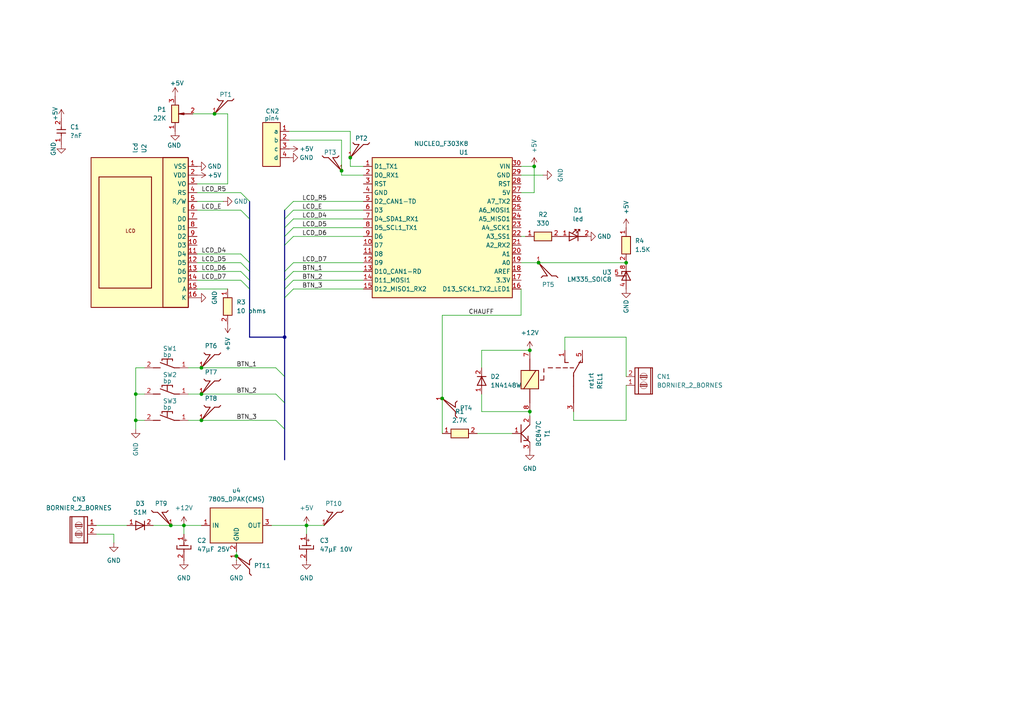
<source format=kicad_sch>
(kicad_sch (version 20250114) (generator "eeschema") (generator_version "9.0")
  (paper "A4")
  (lib_symbols
    (symbol "JMS2:1N4148W"
      (property "Reference" "D" (at 0 0 0))
      (property "Value" "1N4148W" (at 0 0 0))
      (symbol "1N4148W_1_0"
        (polyline (pts (xy 0 -1.27) (xy 0 -3.81)) (stroke (width 0.254)))
        (polyline (pts (xy 0 -2.54) (xy 2.54 -2.54)) (stroke (width 0.254)))
        (polyline (pts (xy 0 -3.81) (xy 2.54 -2.54)) (stroke (width 0.254)))
        (polyline (pts (xy 2.54 -1.27) (xy 2.54 -3.81)) (stroke (width 0.254)))
        (polyline (pts (xy 2.54 -2.54) (xy 0 -1.27)) (stroke (width 0.254)))
        (pin passive line (at -2.54 -2.54 0) (length 2.54) (name "A") (number "1"))
        (pin passive line (at 5.08 -2.54 180) (length 2.54) (name "K") (number "2"))
      )
    )
    (symbol "JMS2:7805_DPAK(CMS)"
      (property "Reference" "u" (at 0 0 0))
      (property "Value" "7805_DPAK(CMS)" (at 0 0 0))
      (symbol "7805_DPAK(CMS)_1_0"
        (rectangle (start 15.24 0) (end 0 -10.16) (stroke (width 0.254)) (fill (type background)))
        (pin input line (at -2.54 -5.08 0) (length 2.54) (name "IN") (number "1"))
        (pin passive line (at 7.62 -12.7 90) (length 2.54) (name "GND") (number "2"))
        (pin output line (at 17.78 -5.08 180) (length 2.54) (name "OUT") (number "3"))
      )
    )
    (symbol "JMS2:BC847C"
      (property "Reference" "T" (at 0 0 0))
      (property "Value" "BC847C" (at 0 0 0))
      (symbol "BC847C_1_0"
        (polyline (pts (xy 0 0) (xy 0 -5.08)) (stroke (width 0.254)))
        (polyline (pts (xy 0 -2.54) (xy 2.54 -5.08)) (stroke (width 0.254)))
        (polyline (pts (xy 2.032 -3.302) (xy 2.032 -4.572)) (stroke (width 0.254)))
        (polyline (pts (xy 2.032 -4.572) (xy 0.762 -4.572)) (stroke (width 0.254)))
        (polyline (pts (xy 2.54 0) (xy 0 -2.54)) (stroke (width 0.254)))
        (pin passive line (at -2.54 -2.54 0) (length 2.54) (name "b") (number "1"))
        (pin passive line (at 2.54 2.54 270) (length 2.54) (name "c") (number "2"))
        (pin passive line (at 2.54 -7.62 90) (length 2.54) (name "e") (number "3"))
      )
    )
    (symbol "JMS2:BORNIER_2_BORNES"
      (property "Reference" "CN" (at 0 0 0))
      (property "Value" "BORNIER_2_BORNES" (at 0 0 0))
      (symbol "BORNIER_2_BORNES_1_0"
        (polyline (pts (xy 0 0) (xy 0 -7.62)) (stroke (width 0.254)))
        (polyline (pts (xy 0 0) (xy 5.08 0)) (stroke (width 0.254)))
        (polyline (pts (xy 0.508 0) (xy 0.508 -7.62)) (stroke (width 0.254)))
        (polyline (pts (xy 1.524 -2.286) (xy 3.556 -2.286)) (stroke (width 0.254)))
        (polyline (pts (xy 1.524 -2.794) (xy 3.556 -2.794)) (stroke (width 0.254)))
        (polyline (pts (xy 1.524 -4.826) (xy 3.556 -4.826)) (stroke (width 0.254)))
        (polyline (pts (xy 1.524 -5.334) (xy 3.556 -5.334)) (stroke (width 0.254)))
        (circle (center 2.54 -2.54) (radius 1.016) (stroke (width 0.0001)))
        (circle (center 2.54 -5.08) (radius 1.016) (stroke (width 0.0001)))
        (polyline (pts (xy 4.064 0) (xy 4.064 -7.62)) (stroke (width 0.254)))
        (polyline (pts (xy 5.08 0) (xy 5.08 -7.62)) (stroke (width 0.254)))
        (polyline (pts (xy 5.08 -7.62) (xy 0 -7.62)) (stroke (width 0.254)))
        (pin passive line (at 7.62 -2.54 180) (length 2.54) (name "pin1") (number "1"))
        (pin passive line (at 7.62 -5.08 180) (length 2.54) (name "pin2") (number "2"))
      )
    )
    (symbol "JMS2:C_CMS1206"
      (property "Reference" "C" (at 0 0 0))
      (property "Value" "?nF" (at 0 0 0))
      (symbol "C_CMS1206_1_0"
        (polyline (pts (xy 0 -2.54) (xy 0.762 -2.54)) (stroke (width 0.254)))
        (polyline (pts (xy 0.762 -1.27) (xy 0.762 -3.81)) (stroke (width 0.254)))
        (polyline (pts (xy 1.778 -1.27) (xy 1.778 -3.81)) (stroke (width 0.254)))
        (polyline (pts (xy 1.778 -2.54) (xy 2.54 -2.54)) (stroke (width 0.254)))
        (pin passive line (at -2.54 -2.54 0) (length 2.54) (name "1") (number "1"))
        (pin passive line (at 5.08 -2.54 180) (length 2.54) (name "2") (number "2"))
      )
    )
    (symbol "JMS2:LM335_SOIC8"
      (property "Reference" "U" (at 0 0 0))
      (property "Value" "LM335_SOIC8" (at 0 0 0))
      (symbol "LM335_SOIC8_1_0"
        (polyline (pts (xy 0 -1.27) (xy 0 -3.81)) (stroke (width 0.254)))
        (polyline (pts (xy 0 -2.54) (xy 2.54 -2.54)) (stroke (width 0.254)))
        (polyline (pts (xy 0 -3.81) (xy 2.54 -2.54)) (stroke (width 0.254)))
        (polyline (pts (xy 1.27 -2.54) (xy 1.27 -3.81)) (stroke (width 0.254)))
        (polyline (pts (xy 1.27 -3.048) (xy 1.27 -5.08)) (stroke (width 0.254)))
        (polyline (pts (xy 2.54 -1.27) (xy 2.54 -3.81)) (stroke (width 0.254)))
        (polyline (pts (xy 2.54 -2.54) (xy 0 -1.27)) (stroke (width 0.254)))
        (polyline (pts (xy 2.54 -3.81) (xy 1.778 -3.81)) (stroke (width 0.254)))
        (pin input line (at -2.54 -2.54 0) (length 2.54) (name "4") (number "4"))
        (pin passive line (at 1.27 -5.588 90) (length 0.508) (name "5") (number "5"))
        (pin output line (at 5.08 -2.54 180) (length 2.54) (name "8") (number "8"))
      )
    )
    (symbol "JMS2:NUCLEO_F303K8"
      (property "Reference" "U" (at 0 0 0))
      (property "Value" "NUCLEO_F303K8" (at 0 0 0))
      (symbol "NUCLEO_F303K8_1_0"
        (rectangle (start 40.64 0) (end 0 -40.64) (stroke (width 0.254)) (fill (type background)))
        (pin passive line (at -2.54 -2.54 0) (length 2.54) (name "D1_TX1") (number "1"))
        (pin passive line (at -2.54 -5.08 0) (length 2.54) (name "D0_RX1") (number "2"))
        (pin passive line (at -2.54 -7.62 0) (length 2.54) (name "RST") (number "3"))
        (pin passive line (at -2.54 -10.16 0) (length 2.54) (name "GND") (number "4"))
        (pin passive line (at -2.54 -12.7 0) (length 2.54) (name "D2_CAN1-TD") (number "5"))
        (pin passive line (at -2.54 -15.24 0) (length 2.54) (name "D3") (number "6"))
        (pin passive line (at -2.54 -17.78 0) (length 2.54) (name "D4_SDA1_RX1") (number "7"))
        (pin passive line (at -2.54 -20.32 0) (length 2.54) (name "D5_SCL1_TX1") (number "8"))
        (pin passive line (at -2.54 -22.86 0) (length 2.54) (name "D6") (number "9"))
        (pin passive line (at -2.54 -25.4 0) (length 2.54) (name "D7") (number "10"))
        (pin passive line (at -2.54 -27.94 0) (length 2.54) (name "D8") (number "11"))
        (pin passive line (at -2.54 -30.48 0) (length 2.54) (name "D9") (number "12"))
        (pin passive line (at -2.54 -33.02 0) (length 2.54) (name "D10_CAN1-RD") (number "13"))
        (pin passive line (at -2.54 -35.56 0) (length 2.54) (name "D11_MOSI1") (number "14"))
        (pin passive line (at -2.54 -38.1 0) (length 2.54) (name "D12_MISO1_RX2") (number "15"))
        (pin passive line (at 43.18 -2.54 180) (length 2.54) (name "VIN") (number "30"))
        (pin passive line (at 43.18 -5.08 180) (length 2.54) (name "GND") (number "29"))
        (pin passive line (at 43.18 -7.62 180) (length 2.54) (name "RST") (number "28"))
        (pin passive line (at 43.18 -10.16 180) (length 2.54) (name "5V") (number "27"))
        (pin passive line (at 43.18 -12.7 180) (length 2.54) (name "A7_TX2") (number "26"))
        (pin passive line (at 43.18 -15.24 180) (length 2.54) (name "A6_MOSI1") (number "25"))
        (pin passive line (at 43.18 -17.78 180) (length 2.54) (name "A5_MISO1") (number "24"))
        (pin passive line (at 43.18 -20.32 180) (length 2.54) (name "A4_SCK1") (number "23"))
        (pin passive line (at 43.18 -22.86 180) (length 2.54) (name "A3_SS1") (number "22"))
        (pin passive line (at 43.18 -25.4 180) (length 2.54) (name "A2_RX2") (number "21"))
        (pin passive line (at 43.18 -27.94 180) (length 2.54) (name "A1") (number "20"))
        (pin passive line (at 43.18 -30.48 180) (length 2.54) (name "A0") (number "19"))
        (pin passive line (at 43.18 -33.02 180) (length 2.54) (name "AREF") (number "18"))
        (pin passive line (at 43.18 -35.56 180) (length 2.54) (name "3.3V") (number "17"))
        (pin passive line (at 43.18 -38.1 180) (length 2.54) (name "D13_SCK1_TX2_LED1") (number "16"))
      )
    )
    (symbol "JMS2:POT_AJUST_HORIZ"
      (property "Reference" "P" (at 0 0 0))
      (property "Value" "?K" (at 0 0 0))
      (symbol "POT_AJUST_HORIZ_1_0"
        (polyline (pts (xy 2.286 -5.08) (xy 2.286 -5.08)) (stroke (width 0.254)))
        (polyline (pts (xy 2.286 -5.08) (xy 2.794 -5.08)) (stroke (width 0.254)))
        (polyline (pts (xy 2.54 -3.556) (xy 2.286 -5.08)) (stroke (width 0.254)))
        (polyline (pts (xy 2.54 -5.08) (xy 2.54 -3.556)) (stroke (width 0.254)))
        (polyline (pts (xy 2.54 -5.08) (xy 2.54 -7.62)) (stroke (width 0.254)))
        (polyline (pts (xy 2.794 -5.08) (xy 2.54 -3.556)) (stroke (width 0.254)))
        (polyline (pts (xy 2.794 -5.08) (xy 2.794 -5.08)) (stroke (width 0.254)))
        (polyline (pts (xy 3.048 -6.096) (xy 3.048 -6.096)) (stroke (width 0.254)))
        (rectangle (start 5.08 -1.524) (end 0 -3.556) (stroke (width 0.254)) (fill (type background)))
        (pin passive line (at -2.54 -2.54 0) (length 2.54) (name "1") (number "1"))
        (pin passive line (at 2.54 -7.62 90) (length 0) (name "t") (number "2"))
        (pin passive line (at 7.62 -2.54 180) (length 2.54) (name "2") (number "3"))
      )
    )
    (symbol "JMS2:R_CMS1206"
      (property "Reference" "R" (at 0 0 0))
      (property "Value" "?k" (at 0 0 0))
      (symbol "R_CMS1206_1_0"
        (rectangle (start 5.08 -1.27) (end 0 -3.81) (stroke (width 0.254)) (fill (type background)))
        (pin passive line (at -2.54 -2.54 0) (length 2.54) (name "1") (number "1"))
        (pin passive line (at 7.62 -2.54 180) (length 2.54) (name "2") (number "2"))
      )
    )
    (symbol "JMS2:S1M-(1N4001_CMS)"
      (property "Reference" "D" (at 0 0 0))
      (property "Value" "S1M" (at 0 0 0))
      (symbol "S1M-(1N4001_CMS)_1_0"
        (polyline (pts (xy 0 -1.27) (xy 0 -3.81)) (stroke (width 0.254)))
        (polyline (pts (xy 0 -2.54) (xy 2.54 -2.54)) (stroke (width 0.254)))
        (polyline (pts (xy 0 -3.81) (xy 2.54 -2.54)) (stroke (width 0.254)))
        (polyline (pts (xy 2.54 -1.27) (xy 2.54 -3.81)) (stroke (width 0.254)))
        (polyline (pts (xy 2.54 -2.54) (xy 0 -1.27)) (stroke (width 0.254)))
        (pin passive line (at -2.54 -2.54 0) (length 2.54) (name "A") (number "1"))
        (pin passive line (at 5.08 -2.54 180) (length 2.54) (name "K") (number "2"))
      )
    )
    (symbol "JMS2:bp"
      (property "Reference" "SW" (at 0 0 0))
      (property "Value" "bp" (at 0 0 0))
      (symbol "bp_1_0"
        (polyline (pts (xy 2.032 -2.54) (xy 0 -2.54)) (stroke (width 0.254)))
        (polyline (pts (xy 2.54 0) (xy 2.54 -0.508)) (stroke (width 0.254)))
        (polyline (pts (xy 3.048 0) (xy 2.54 0)) (stroke (width 0.254)))
        (polyline (pts (xy 4.064 0) (xy 3.048 0)) (stroke (width 0.254)))
        (polyline (pts (xy 4.064 0) (xy 5.588 0)) (stroke (width 0.254)))
        (polyline (pts (xy 4.064 -1.524) (xy 4.064 0)) (stroke (width 0.254)))
        (polyline (pts (xy 5.588 0) (xy 5.588 -0.508)) (stroke (width 0.254)))
        (polyline (pts (xy 6.096 -2.54) (xy 2.032 -1.016)) (stroke (width 0.254)))
        (polyline (pts (xy 7.62 -2.54) (xy 6.096 -2.54)) (stroke (width 0.254)))
        (pin passive line (at -2.54 -2.54 0) (length 2.54) (name "pin2") (number "2"))
        (pin passive line (at 10.16 -2.54 180) (length 2.54) (name "pin1") (number "1"))
      )
    )
    (symbol "JMS2:cpol_CMS2917"
      (property "Reference" "C" (at 0 0 0))
      (property "Value" "?nF" (at 0 0 0))
      (symbol "cpol_CMS2917_1_0"
        (polyline (pts (xy 0 -2.54) (xy 0.762 -2.54)) (stroke (width 0.254)))
        (polyline (pts (xy 0.762 -1.27) (xy 0.762 -3.81)) (stroke (width 0.254)))
        (polyline (pts (xy 1.778 -0.508) (xy 0.762 -0.508)) (stroke (width 0.254)))
        (polyline (pts (xy 1.778 -1.27) (xy 1.778 -0.508)) (stroke (width 0.254)))
        (polyline (pts (xy 1.778 -1.27) (xy 1.778 -3.81)) (stroke (width 0.254)))
        (polyline (pts (xy 1.778 -2.54) (xy 2.54 -2.54)) (stroke (width 0.254)))
        (polyline (pts (xy 1.778 -3.81) (xy 1.778 -4.572)) (stroke (width 0.254)))
        (polyline (pts (xy 1.778 -4.572) (xy 0.762 -4.572)) (stroke (width 0.254)))
        (text "+" (at -1.524 -1.524 0) (effects (font (size 1.016 1.016)) (justify left bottom)))
        (pin passive line (at -2.54 -2.54 0) (length 2.54) (name "1") (number "1"))
        (pin passive line (at 5.08 -2.54 180) (length 2.54) (name "2") (number "2"))
      )
    )
    (symbol "JMS2:lcd"
      (property "Reference" "U" (at 0 0 0))
      (property "Value" "lcd" (at 0 0 0))
      (symbol "lcd_1_0"
        (rectangle (start 7.366 0) (end 0 -43.434) (stroke (width 0.254)) (fill (type background)))
        (rectangle (start 25.908 -5.588) (end 10.668 -37.846) (stroke (width 0.254)) (fill (type background)))
        (rectangle (start 28.194 0) (end 0 -43.434) (stroke (width 0.254)) (fill (type background)))
        (text "LCD" (at 15.24 -21.844 0) (effects (font (size 1.016 1.016)) (justify left bottom)))
        (pin power_in line (at -2.54 -2.54 0) (length 2.54) (name "VSS") (number "1"))
        (pin power_in line (at -2.54 -5.08 0) (length 2.54) (name "VDD") (number "2"))
        (pin input line (at -2.54 -7.62 0) (length 2.54) (name "VO") (number "3"))
        (pin input line (at -2.54 -10.16 0) (length 2.54) (name "RS") (number "4"))
        (pin input line (at -2.54 -12.7 0) (length 2.54) (name "R/W") (number "5"))
        (pin input line (at -2.54 -15.24 0) (length 2.54) (name "E") (number "6"))
        (pin bidirectional line (at -2.54 -17.78 0) (length 2.54) (name "D0") (number "7"))
        (pin bidirectional line (at -2.54 -20.32 0) (length 2.54) (name "D1") (number "8"))
        (pin bidirectional line (at -2.54 -22.86 0) (length 2.54) (name "D2") (number "9"))
        (pin bidirectional line (at -2.54 -25.4 0) (length 2.54) (name "D3") (number "10"))
        (pin bidirectional line (at -2.54 -27.94 0) (length 2.54) (name "D4") (number "11"))
        (pin bidirectional line (at -2.54 -30.48 0) (length 2.54) (name "D5") (number "12"))
        (pin bidirectional line (at -2.54 -33.02 0) (length 2.54) (name "D6") (number "13"))
        (pin bidirectional line (at -2.54 -35.56 0) (length 2.54) (name "D7") (number "14"))
        (pin passive line (at -2.54 -38.1 0) (length 2.54) (name "A") (number "15"))
        (pin passive line (at -2.54 -40.64 0) (length 2.54) (name "K") (number "16"))
      )
    )
    (symbol "JMS2:led"
      (property "Reference" "D" (at 0 0 0))
      (property "Value" "led" (at 0 0 0))
      (symbol "led_1_0"
        (polyline (pts (xy 1.27 0) (xy 3.81 0)) (stroke (width 0.254)))
        (polyline (pts (xy 1.27 -2.54) (xy 2.54 -2.54)) (stroke (width 0.254)))
        (polyline (pts (xy 2.54 0) (xy 2.54 -2.54)) (stroke (width 0.254)))
        (polyline (pts (xy 2.54 -2.54) (xy 1.27 0)) (stroke (width 0.254)))
        (polyline (pts (xy 2.54 -2.54) (xy 2.54 -5.08)) (stroke (width 0.254)))
        (polyline (pts (xy 2.54 -2.54) (xy 3.81 -2.54)) (stroke (width 0.254)))
        (polyline (pts (xy 3.556 -1.016) (xy 4.572 -2.032)) (stroke (width 0.254)))
        (polyline (pts (xy 3.556 -2.032) (xy 4.572 -3.048)) (stroke (width 0.254)))
        (polyline (pts (xy 3.81 0) (xy 2.54 -2.54)) (stroke (width 0.254)))
        (polyline (pts (xy 4.064 -2.032) (xy 4.572 -2.032)) (stroke (width 0.254)))
        (polyline (pts (xy 4.064 -3.048) (xy 4.572 -3.048)) (stroke (width 0.254)))
        (polyline (pts (xy 4.572 -2.032) (xy 4.572 -1.524)) (stroke (width 0.254)))
        (polyline (pts (xy 4.572 -3.048) (xy 4.572 -2.54)) (stroke (width 0.254)))
        (pin passive line (at 2.54 2.54 270) (length 2.54) (name "A") (number "1"))
        (pin passive line (at 2.54 -5.08 90) (length 0) (name "K") (number "2"))
      )
    )
    (symbol "JMS2:pin4"
      (property "Reference" "CN" (at 0 0 0))
      (property "Value" "pin4" (at 0 0 0))
      (symbol "pin4_1_0"
        (rectangle (start 5.08 0) (end 0 -12.7) (stroke (width 0.254)) (fill (type background)))
        (pin output line (at 7.62 -2.54 180) (length 2.54) (name "a") (number "1"))
        (pin output line (at 7.62 -5.08 180) (length 2.54) (name "b") (number "2"))
        (pin output line (at 7.62 -7.62 180) (length 2.54) (name "c") (number "3"))
        (pin output line (at 7.62 -10.16 180) (length 2.54) (name "d") (number "4"))
      )
    )
    (symbol "JMS2:ptest"
      (property "Reference" "PT" (at 2.54 0 0))
      (symbol "ptest_1_0"
        (polyline (pts (xy 0 -5.08) (xy 3.81 -1.27)) (stroke (width 0.254)))
        (polyline (pts (xy 1.27 -1.27) (xy 0.762 -0.762)) (stroke (width 0.254)))
        (polyline (pts (xy 2.54 -1.27) (xy 0 -5.08)) (stroke (width 0.254)))
        (polyline (pts (xy 2.54 -1.27) (xy 1.27 -1.27)) (stroke (width 0.254)))
        (polyline (pts (xy 3.81 -1.27) (xy 5.08 -1.27)) (stroke (width 0.254)))
        (polyline (pts (xy 5.08 -1.27) (xy 5.588 -0.762)) (stroke (width 0.254)))
        (pin passive line (at 0 -5.08 180) (length 0) (name "pin1") (number "1"))
      )
    )
    (symbol "JMS2:re1rt"
      (property "Reference" "REL" (at 0 0 0))
      (property "Value" "re1rt" (at 0 0 0))
      (symbol "re1rt_1_0"
        (polyline (pts (xy 0 -5.08) (xy 1.016 -5.08)) (stroke (width 0.254)))
        (polyline (pts (xy 0 -15.24) (xy 3.302 -15.24)) (stroke (width 0.254)))
        (polyline (pts (xy 1.016 0) (xy 0 0)) (stroke (width 0.254)))
        (polyline (pts (xy 1.016 -1.016) (xy 1.016 0)) (stroke (width 0.254)))
        (polyline (pts (xy 1.016 -5.08) (xy 1.016 -4.064)) (stroke (width 0.254)))
        (polyline (pts (xy 2.54 -3.556) (xy 2.54 -2.54)) (stroke (width 0.254)))
        (polyline (pts (xy 2.54 -5.588) (xy 2.54 -4.318)) (stroke (width 0.254)))
        (polyline (pts (xy 2.54 -7.62) (xy 2.54 -6.35)) (stroke (width 0.254)))
        (polyline (pts (xy 2.54 -9.906) (xy 2.54 -8.636)) (stroke (width 0.254)))
        (polyline (pts (xy 3.302 -13.462) (xy 8.636 -17.018)) (stroke (width 0.254)))
        (polyline (pts (xy 3.81 -11.176) (xy 2.794 -11.176)) (stroke (width 0.254)))
        (polyline (pts (xy 4.064 -2.54) (xy 0.508 -0.508)) (stroke (width 0.254)))
        (polyline (pts (xy 5.08 -2.54) (xy 4.064 -2.54)) (stroke (width 0.254)))
        (polyline (pts (xy 5.842 -11.176) (xy 4.826 -11.176)) (stroke (width 0.254)))
        (polyline (pts (xy 6.096 -11.176) (xy 6.096 -12.192)) (stroke (width 0.254)))
        (polyline (pts (xy 7.874 -2.54) (xy 4.572 -2.54)) (stroke (width 0.254)))
        (rectangle (start 8.636 -12.7) (end 3.302 -17.78) (stroke (width 0.254)) (fill (type background)))
        (polyline (pts (xy 12.7 -2.54) (xy 7.874 -2.54)) (stroke (width 0.254)))
        (polyline (pts (xy 12.7 -15.24) (xy 8.636 -15.24)) (stroke (width 0.254)))
        (pin passive line (at -2.54 0 0) (length 2.54) (name "NC") (number "5"))
        (pin passive line (at -2.54 -5.08 0) (length 2.54) (name "NO") (number "1"))
        (pin passive line (at -2.54 -15.24 0) (length 2.54) (name "B") (number "7"))
        (pin passive line (at 15.24 -2.54 180) (length 2.54) (name "COM") (number "3"))
        (pin passive line (at 15.24 -15.24 180) (length 2.54) (name "A") (number "8"))
      )
    )
    (symbol "power:+12V" (power) (pin_numbers (hide yes)) (pin_names (offset 0) (hide yes))
      (property "Value" "+12V" (at 0 3.556 0))
      (symbol "+12V_0_1"
        (polyline (pts (xy -0.762 1.27) (xy 0 2.54)))
        (polyline (pts (xy 0 2.54) (xy 0.762 1.27)))
        (polyline (pts (xy 0 0) (xy 0 2.54)))
      )
      (symbol "+12V_1_1"
        (pin power_in line (at 0 0 90) (length 0) (name "~") (number "1"))
      )
    )
    (symbol "power:+5V" (power) (pin_numbers (hide yes)) (pin_names (offset 0) (hide yes))
      (property "Value" "+5V" (at 0 3.556 0))
      (symbol "+5V_0_1"
        (polyline (pts (xy -0.762 1.27) (xy 0 2.54)))
        (polyline (pts (xy 0 2.54) (xy 0.762 1.27)))
        (polyline (pts (xy 0 0) (xy 0 2.54)))
      )
      (symbol "+5V_1_1"
        (pin power_in line (at 0 0 90) (length 0) (name "~") (number "1"))
      )
    )
    (symbol "power:GND" (power) (pin_numbers (hide yes)) (pin_names (offset 0) (hide yes))
      (property "Value" "GND" (at 0 -3.81 0))
      (symbol "GND_0_1"
        (polyline (pts (xy 0 0) (xy 0 -1.27) (xy 1.27 -1.27) (xy 0 -2.54) (xy -1.27 -1.27) (xy 0 -1.27)))
      )
      (symbol "GND_1_1"
        (pin power_in line (at 0 0 270) (length 0) (name "~") (number "1"))
      )
    )
  )
  (junction (at 39.37 121.92))
  (junction (at 68.58 161.29))
  (junction (at 154.94 48.26))
  (junction (at 153.67 101.6))
  (junction (at 181.61 76.2))
  (junction (at 99.06 49.53))
  (junction (at 62.23 33.02))
  (junction (at 58.42 114.3))
  (junction (at 39.37 114.3))
  (junction (at 58.42 121.92))
  (junction (at 58.42 106.68))
  (junction (at 156.21 76.2))
  (junction (at 153.67 119.38))
  (junction (at 49.53 152.4))
  (junction (at 101.6 45.72))
  (junction (at 88.9 152.4))
  (junction (at 128.27 115.57))
  (junction (at 82.55 97.79))
  (junction (at 53.34 152.4))
  (bus_entry (at 85.09 60.96) (size -2.54 2.54))
  (bus_entry (at 85.09 78.74) (size -2.54 2.54))
  (bus_entry (at 85.09 63.5) (size -2.54 2.54))
  (bus_entry (at 85.09 68.58) (size -2.54 2.54))
  (bus_entry (at 82.55 109.22) (size -2.54 -2.54))
  (bus_entry (at 69.85 73.66) (size 2.54 2.54))
  (bus_entry (at 82.55 116.84) (size -2.54 -2.54))
  (bus_entry (at 85.09 76.2) (size -2.54 2.54))
  (bus_entry (at 69.85 76.2) (size 2.54 2.54))
  (bus_entry (at 85.09 66.04) (size -2.54 2.54))
  (bus_entry (at 82.55 124.46) (size -2.54 -2.54))
  (bus_entry (at 85.09 58.42) (size -2.54 2.54))
  (bus_entry (at 85.09 81.28) (size -2.54 2.54))
  (bus_entry (at 69.85 60.96) (size 2.54 2.54))
  (bus_entry (at 69.85 78.74) (size 2.54 2.54))
  (bus_entry (at 85.09 83.82) (size -2.54 2.54))
  (bus_entry (at 69.85 81.28) (size 2.54 2.54))
  (bus_entry (at 69.85 55.88) (size 2.54 2.54))
  (bus (pts (xy 82.55 124.46) (xy 82.55 133.35)))
  (wire (pts (xy 128.27 115.57) (xy 128.27 91.44)))
  (wire (pts (xy 181.61 121.92) (xy 181.61 111.76)))
  (wire (pts (xy 151.13 76.2) (xy 156.21 76.2)))
  (bus (pts (xy 82.55 71.12) (xy 82.55 78.74)))
  (wire (pts (xy 80.01 106.68) (xy 58.42 106.68)))
  (wire (pts (xy 41.91 106.68) (xy 39.37 106.68)))
  (wire (pts (xy 128.27 125.73) (xy 128.27 115.57)))
  (wire (pts (xy 105.41 68.58) (xy 85.09 68.58)))
  (wire (pts (xy 139.7 101.6) (xy 139.7 106.68)))
  (wire (pts (xy 138.43 125.73) (xy 148.59 125.73)))
  (wire (pts (xy 69.85 81.28) (xy 57.15 81.28)))
  (wire (pts (xy 151.13 68.58) (xy 152.4 68.58)))
  (bus (pts (xy 72.39 76.2) (xy 72.39 78.74)))
  (bus (pts (xy 82.55 97.79) (xy 82.55 109.22)))
  (wire (pts (xy 105.41 60.96) (xy 85.09 60.96)))
  (wire (pts (xy 69.85 60.96) (xy 57.15 60.96)))
  (bus (pts (xy 82.55 116.84) (xy 82.55 124.46)))
  (wire (pts (xy 157.48 50.8) (xy 151.13 50.8)))
  (wire (pts (xy 166.37 121.92) (xy 181.61 121.92)))
  (wire (pts (xy 68.58 161.29) (xy 68.58 162.56)))
  (wire (pts (xy 39.37 106.68) (xy 39.37 114.3)))
  (wire (pts (xy 101.6 45.72) (xy 101.6 48.26)))
  (wire (pts (xy 69.85 55.88) (xy 57.15 55.88)))
  (wire (pts (xy 99.06 40.64) (xy 99.06 49.53)))
  (wire (pts (xy 64.77 58.42) (xy 57.15 58.42)))
  (wire (pts (xy 156.21 76.2) (xy 181.61 76.2)))
  (bus (pts (xy 72.39 83.82) (xy 72.39 97.79)))
  (bus (pts (xy 82.55 68.58) (xy 82.55 71.12)))
  (wire (pts (xy 153.67 119.38) (xy 153.67 120.65)))
  (wire (pts (xy 78.74 152.4) (xy 88.9 152.4)))
  (wire (pts (xy 41.91 121.92) (xy 39.37 121.92)))
  (wire (pts (xy 166.37 119.38) (xy 166.37 121.92)))
  (wire (pts (xy 105.41 81.28) (xy 85.09 81.28)))
  (wire (pts (xy 66.04 33.02) (xy 62.23 33.02)))
  (wire (pts (xy 68.58 160.02) (xy 68.58 161.29)))
  (wire (pts (xy 57.15 53.34) (xy 66.04 53.34)))
  (wire (pts (xy 154.94 48.26) (xy 151.13 48.26)))
  (bus (pts (xy 82.55 81.28) (xy 82.55 83.82)))
  (wire (pts (xy 154.94 48.26) (xy 154.94 55.88)))
  (wire (pts (xy 39.37 121.92) (xy 39.37 124.46)))
  (wire (pts (xy 99.06 49.53) (xy 99.06 50.8)))
  (wire (pts (xy 83.82 40.64) (xy 99.06 40.64)))
  (bus (pts (xy 82.55 63.5) (xy 82.55 66.04)))
  (wire (pts (xy 139.7 101.6) (xy 153.67 101.6)))
  (wire (pts (xy 66.04 83.82) (xy 57.15 83.82)))
  (bus (pts (xy 82.55 83.82) (xy 82.55 86.36)))
  (wire (pts (xy 53.34 152.4) (xy 53.34 154.94)))
  (wire (pts (xy 128.27 91.44) (xy 151.13 91.44)))
  (wire (pts (xy 49.53 152.4) (xy 53.34 152.4)))
  (wire (pts (xy 151.13 91.44) (xy 151.13 83.82)))
  (wire (pts (xy 181.61 97.79) (xy 163.83 97.79)))
  (wire (pts (xy 105.41 63.5) (xy 85.09 63.5)))
  (wire (pts (xy 105.41 78.74) (xy 85.09 78.74)))
  (wire (pts (xy 139.7 114.3) (xy 139.7 119.38)))
  (wire (pts (xy 69.85 78.74) (xy 57.15 78.74)))
  (wire (pts (xy 27.94 152.4) (xy 36.83 152.4)))
  (bus (pts (xy 72.39 63.5) (xy 72.39 76.2)))
  (wire (pts (xy 54.61 121.92) (xy 58.42 121.92)))
  (wire (pts (xy 101.6 38.1) (xy 101.6 45.72)))
  (wire (pts (xy 69.85 73.66) (xy 57.15 73.66)))
  (bus (pts (xy 72.39 81.28) (xy 72.39 83.82)))
  (wire (pts (xy 58.42 106.68) (xy 54.61 106.68)))
  (wire (pts (xy 101.6 38.1) (xy 83.82 38.1)))
  (wire (pts (xy 41.91 114.3) (xy 39.37 114.3)))
  (bus (pts (xy 72.39 78.74) (xy 72.39 81.28)))
  (wire (pts (xy 54.61 114.3) (xy 58.42 114.3)))
  (wire (pts (xy 88.9 152.4) (xy 93.98 152.4)))
  (wire (pts (xy 139.7 119.38) (xy 153.67 119.38)))
  (wire (pts (xy 151.13 55.88) (xy 154.94 55.88)))
  (bus (pts (xy 82.55 78.74) (xy 82.55 81.28)))
  (wire (pts (xy 99.06 50.8) (xy 105.41 50.8)))
  (wire (pts (xy 44.45 152.4) (xy 49.53 152.4)))
  (wire (pts (xy 105.41 83.82) (xy 85.09 83.82)))
  (wire (pts (xy 105.41 76.2) (xy 85.09 76.2)))
  (bus (pts (xy 82.55 66.04) (xy 82.55 68.58)))
  (bus (pts (xy 82.55 86.36) (xy 82.55 97.79)))
  (bus (pts (xy 72.39 58.42) (xy 72.39 63.5)))
  (wire (pts (xy 163.83 97.79) (xy 163.83 101.6)))
  (wire (pts (xy 105.41 58.42) (xy 85.09 58.42)))
  (bus (pts (xy 82.55 60.96) (xy 82.55 63.5)))
  (bus (pts (xy 82.55 97.79) (xy 72.39 97.79)))
  (wire (pts (xy 105.41 48.26) (xy 101.6 48.26)))
  (wire (pts (xy 66.04 53.34) (xy 66.04 33.02)))
  (wire (pts (xy 58.42 121.92) (xy 80.01 121.92)))
  (wire (pts (xy 33.02 154.94) (xy 33.02 157.48)))
  (bus (pts (xy 82.55 109.22) (xy 82.55 116.84)))
  (wire (pts (xy 88.9 152.4) (xy 88.9 154.94)))
  (wire (pts (xy 181.61 109.22) (xy 181.61 97.79)))
  (wire (pts (xy 105.41 66.04) (xy 85.09 66.04)))
  (wire (pts (xy 62.23 33.02) (xy 55.88 33.02)))
  (wire (pts (xy 69.85 76.2) (xy 57.15 76.2)))
  (wire (pts (xy 53.34 152.4) (xy 58.42 152.4)))
  (wire (pts (xy 27.94 154.94) (xy 33.02 154.94)))
  (wire (pts (xy 58.42 114.3) (xy 80.01 114.3)))
  (wire (pts (xy 39.37 114.3) (xy 39.37 121.92)))
  (label "BTN_3" (at 68.58 121.92 0))
  (label "LCD_D4" (at 58.42 73.66 0))
  (label "LCD_E" (at 87.63 60.96 0))
  (label "BTN_1" (at 68.58 106.68 0))
  (label "LCD_D5" (at 87.63 66.04 0))
  (label "LCD_D7" (at 87.63 76.2 0))
  (label "BTN_3" (at 87.63 83.82 0))
  (label "BTN_2" (at 68.58 114.3 0))
  (label "LCD_R5" (at 58.42 55.88 0))
  (label "BTN_2" (at 87.63 81.28 0))
  (label "LCD_E" (at 58.42 60.96 0))
  (label "LCD_D7" (at 58.42 81.28 0))
  (label "LCD_D6" (at 87.63 68.58 0))
  (label "BTN_1" (at 87.63 78.74 0))
  (label "LCD_R5" (at 87.63 58.42 0))
  (label "CHAUFF" (at 135.89 91.44 0))
  (label "LCD_D4" (at 87.63 63.5 0))
  (label "LCD_D5" (at 58.42 76.2 0))
  (label "LCD_D6" (at 58.42 78.74 0))
  (symbol (lib_id "JMS2:ptest") (at 101.6 40.64 0) (unit 1)
    (property "Reference" "PT2" (at 106.68 40.132 0) (effects (justify right)))
    (property "Footprint" "JMS2:ptest" (effects (hide yes)))
  )
  (symbol (lib_id "power:GND") (at 83.82 45.72 90) (mirror x) (unit 1)
    (property "Reference" "#PWR06" (effects (hide yes)))
    (property "Value" "GND" (at 88.9 45.72 90))
    (property "Description" "Power symbol creates a global label with name \"GND\" , ground" (effects (hide yes)))
  )
  (symbol (lib_id "power:+5V") (at 88.9 152.4 0) (unit 1)
    (property "Reference" "#PWR025" (effects (hide yes)))
    (property "Value" "+5V" (at 88.9 147.32 0))
    (property "Description" "Power symbol creates a global label with name \"+5V\"" (effects (hide yes)))
  )
  (symbol (lib_id "power:+5V") (at 57.15 50.8 270) (unit 1)
    (property "Reference" "#PWR02" (effects (hide yes)))
    (property "Value" "+5V" (at 62.23 50.8 90))
    (property "Description" "Power symbol creates a global label with name \"+5V\"" (effects (hide yes)))
  )
  (symbol (lib_id "power:GND") (at 17.78 41.91 0) (unit 1)
    (property "Reference" "#PWR012" (effects (hide yes)))
    (property "Value" "GND" (at 15.494 41.148 90) (effects (justify right)))
    (property "Description" "Power symbol creates a global label with name \"GND\" , ground" (effects (hide yes)))
  )
  (symbol (lib_id "JMS2:ptest") (at 58.42 101.6 0) (unit 1)
    (property "Reference" "PT6" (at 61.214 100.33 0))
    (property "Footprint" "JMS2:ptest" (effects (hide yes)))
  )
  (symbol (lib_id "JMS2:cpol_CMS2917") (at 55.88 157.48 270) (unit 1)
    (property "Reference" "C2" (at 57.15 156.7814 90) (effects (justify left)))
    (property "Value" "47µF 25V" (at 57.15 159.3214 90) (effects (justify left)))
    (property "Footprint" "JMS2:CMS_2917_CPOL" (effects (hide yes)))
  )
  (symbol (lib_id "power:+5V") (at 17.78 34.29 0) (unit 1)
    (property "Reference" "#PWR011" (effects (hide yes)))
    (property "Value" "+5V" (at 16.002 35.052 90) (effects (justify left)))
    (property "Description" "Power symbol creates a global label with name \"+5V\"" (effects (hide yes)))
  )
  (symbol (lib_id "JMS2:7805_DPAK(CMS)") (at 60.96 147.32 0) (unit 1)
    (property "Reference" "u4" (at 68.58 142.24 0))
    (property "Value" "7805_DPAK(CMS)" (at 68.58 144.78 0))
    (property "Footprint" "JMS2:DPAK" (effects (hide yes)))
  )
  (symbol (lib_id "power:+12V") (at 53.34 152.4 0) (unit 1)
    (property "Reference" "#PWR023" (effects (hide yes)))
    (property "Value" "+12V" (at 53.34 147.32 0))
    (property "Description" "Power symbol creates a global label with name \"+12V\"" (effects (hide yes)))
  )
  (symbol (lib_id "JMS2:BC847C") (at 151.13 123.19 0) (unit 1)
    (property "Reference" "T1" (at 158.75 125.73 90))
    (property "Value" "BC847C" (at 156.21 125.73 90))
    (property "Footprint" "JMS2:SOT-23" (effects (hide yes)))
  )
  (symbol (lib_id "JMS2:re1rt") (at 168.91 104.14 270) (unit 1)
    (property "Reference" "REL1" (at 173.99 110.49 0))
    (property "Value" "re1rt" (at 171.45 110.49 0))
    (property "Footprint" "JMS2:Re1RTd" (effects (hide yes)))
  )
  (symbol (lib_id "JMS2:R_CMS1206") (at 130.81 123.19 0) (unit 1)
    (property "Reference" "R1" (at 133.35 119.38 0))
    (property "Value" "2.7K" (at 133.35 121.92 0))
    (property "Footprint" "JMS2:CMS_1206_V2" (effects (hide yes)))
  )
  (symbol (lib_id "JMS2:ptest") (at 73.66 161.29 270) (unit 1)
    (property "Reference" "PT11" (at 73.66 164.0839 90) (effects (justify left)))
    (property "Footprint" "JMS2:ptest" (effects (hide yes)))
  )
  (symbol (lib_id "JMS2:BORNIER_2_BORNES") (at 189.23 114.3 180) (unit 1)
    (property "Reference" "CN1" (at 190.5 109.2199 0) (effects (justify right)))
    (property "Value" "BORNIER_2_BORNES" (at 190.5 111.7599 0) (effects (justify right)))
    (property "Footprint" "JMS2:BORNIER_2BR_5_08mm" (effects (hide yes)))
  )
  (symbol (lib_id "power:+5V") (at 154.94 48.26 0) (unit 1)
    (property "Reference" "#PWR013" (effects (hide yes)))
    (property "Value" "+5V" (at 154.9401 44.45 90) (effects (justify left)))
    (property "Description" "Power symbol creates a global label with name \"+5V\"" (effects (hide yes)))
  )
  (symbol (lib_id "power:+5V") (at 83.82 43.18 270) (unit 1)
    (property "Reference" "#PWR07" (effects (hide yes)))
    (property "Value" "+5V" (at 88.9 43.18 90))
    (property "Description" "Power symbol creates a global label with name \"+5V\"" (effects (hide yes)))
  )
  (symbol (lib_id "JMS2:lcd") (at 54.61 45.72 0) (mirror y) (unit 1)
    (property "Reference" "U2" (at 41.7831 44.45 90) (effects (justify left)))
    (property "Value" "lcd" (at 39.2431 44.45 90) (effects (justify left)))
    (property "Footprint" "JMS2:lcd_2x16_vide" (effects (hide yes)))
  )
  (symbol (lib_id "power:GND") (at 50.8 38.1 0) (unit 1)
    (property "Reference" "#PWR08" (effects (hide yes)))
    (property "Value" "GND" (at 52.578 42.164 0) (effects (justify right)))
    (property "Description" "Power symbol creates a global label with name \"GND\" , ground" (effects (hide yes)))
  )
  (symbol (lib_id "power:GND") (at 57.15 48.26 90) (mirror x) (unit 1)
    (property "Reference" "#PWR01" (effects (hide yes)))
    (property "Value" "GND" (at 62.23 48.26 90))
    (property "Description" "Power symbol creates a global label with name \"GND\" , ground" (effects (hide yes)))
  )
  (symbol (lib_id "power:GND") (at 39.37 124.46 0) (unit 1)
    (property "Reference" "#PWR010" (effects (hide yes)))
    (property "Value" "GND" (at 39.3701 128.27 90) (effects (justify right)))
    (property "Description" "Power symbol creates a global label with name \"GND\" , ground" (effects (hide yes)))
  )
  (symbol (lib_id "JMS2:cpol_CMS2917") (at 91.44 157.48 270) (unit 1)
    (property "Reference" "C3" (at 92.71 156.7814 90) (effects (justify left)))
    (property "Value" "47µF 10V" (at 92.71 159.3214 90) (effects (justify left)))
    (property "Footprint" "JMS2:CMS_2917_CPOL" (effects (hide yes)))
  )
  (symbol (lib_id "power:+5V") (at 66.04 93.98 180) (unit 1)
    (property "Reference" "#PWR04" (effects (hide yes)))
    (property "Value" "+5V" (at 66.0401 97.79 90) (effects (justify left)))
    (property "Description" "Power symbol creates a global label with name \"+5V\"" (effects (hide yes)))
  )
  (symbol (lib_id "JMS2:ptest") (at 99.06 44.45 0) (mirror y) (unit 1)
    (property "Reference" "PT3" (at 95.758 44.196 0))
    (property "Footprint" "JMS2:ptest" (effects (hide yes)))
  )
  (symbol (lib_id "JMS2:ptest") (at 62.23 27.94 0) (unit 1)
    (property "Reference" "PT1" (at 67.31 27.432 0) (effects (justify right)))
    (property "Footprint" "JMS2:ptest" (effects (hide yes)))
  )
  (symbol (lib_id "power:GND") (at 88.9 162.56 0) (unit 1)
    (property "Reference" "#PWR024" (effects (hide yes)))
    (property "Value" "GND" (at 88.9 167.64 0))
    (property "Description" "Power symbol creates a global label with name \"GND\" , ground" (effects (hide yes)))
  )
  (symbol (lib_id "JMS2:S1M-(1N4001_CMS)") (at 39.37 149.86 0) (unit 1)
    (property "Reference" "D3" (at 40.64 146.05 0))
    (property "Value" "S1M" (at 40.64 148.59 0))
    (property "Footprint" "JMS2:CMS_SMA" (effects (hide yes)))
  )
  (symbol (lib_id "JMS2:LM335_SOIC8") (at 184.15 81.28 270) (mirror x) (unit 1)
    (property "Reference" "U3" (at 176.022 78.994 90))
    (property "Value" "LM335_SOIC8" (at 170.942 81.026 90))
    (property "Footprint" "JMS2:SOG.050-08-WG.275-L.250" (effects (hide yes)))
  )
  (symbol (lib_id "power:GND") (at 64.77 58.42 90) (mirror x) (unit 1)
    (property "Reference" "#PWR03" (effects (hide yes)))
    (property "Value" "GND" (at 69.85 58.42 90))
    (property "Description" "Power symbol creates a global label with name \"GND\" , ground" (effects (hide yes)))
  )
  (symbol (lib_id "JMS2:R_CMS1206") (at 68.58 86.36 270) (unit 1)
    (property "Reference" "R3" (at 68.58 87.6299 90) (effects (justify left)))
    (property "Value" "10 ohms" (at 68.58 90.1699 90) (effects (justify left)))
    (property "Footprint" "JMS2:CMS_1206_V2" (effects (hide yes)))
  )
  (symbol (lib_id "JMS2:bp") (at 44.45 111.76 0) (unit 1)
    (property "Reference" "SW2" (at 47.244 108.712 0) (effects (justify left)))
    (property "Value" "bp" (at 47.244 110.49 0) (effects (justify left)))
    (property "Footprint" "JMS2:BP_KSEM31G_CMS" (effects (hide yes)))
  )
  (symbol (lib_id "power:GND") (at 68.58 162.56 0) (unit 1)
    (property "Reference" "#PWR020" (effects (hide yes)))
    (property "Value" "GND" (at 68.58 167.64 0))
    (property "Description" "Power symbol creates a global label with name \"GND\" , ground" (effects (hide yes)))
  )
  (symbol (lib_id "power:GND") (at 181.61 83.82 0) (mirror y) (unit 1)
    (property "Reference" "#PWR017" (effects (hide yes)))
    (property "Value" "GND" (at 181.61 88.9 90))
    (property "Description" "Power symbol creates a global label with name \"GND\" , ground" (effects (hide yes)))
  )
  (symbol (lib_id "JMS2:R_CMS1206") (at 154.94 66.04 0) (unit 1)
    (property "Reference" "R2" (at 157.48 62.23 0))
    (property "Value" "330" (at 157.48 64.77 0))
    (property "Footprint" "JMS2:CMS_1206_V2" (effects (hide yes)))
  )
  (symbol (lib_id "power:GND") (at 57.15 86.36 90) (mirror x) (unit 1)
    (property "Reference" "#PWR05" (effects (hide yes)))
    (property "Value" "GND" (at 62.23 86.36 0))
    (property "Description" "Power symbol creates a global label with name \"GND\" , ground" (effects (hide yes)))
  )
  (symbol (lib_id "JMS2:ptest") (at 93.98 147.32 0) (unit 1)
    (property "Reference" "PT10" (at 96.774 146.05 0))
    (property "Footprint" "JMS2:ptest" (effects (hide yes)))
  )
  (symbol (lib_id "power:GND") (at 153.67 130.81 0) (unit 1)
    (property "Reference" "#PWR022" (effects (hide yes)))
    (property "Value" "GND" (at 153.67 135.89 0))
    (property "Description" "Power symbol creates a global label with name \"GND\" , ground" (effects (hide yes)))
  )
  (symbol (lib_id "JMS2:ptest") (at 49.53 147.32 0) (mirror y) (unit 1)
    (property "Reference" "PT9" (at 46.736 146.05 0))
    (property "Footprint" "JMS2:ptest" (effects (hide yes)))
  )
  (symbol (lib_id "JMS2:BORNIER_2_BORNES") (at 20.32 149.86 0) (unit 1)
    (property "Reference" "CN3" (at 22.86 144.78 0))
    (property "Value" "BORNIER_2_BORNES" (at 22.86 147.32 0))
    (property "Footprint" "JMS2:BORNIER_2BR_5_08mm" (effects (hide yes)))
  )
  (symbol (lib_id "power:GND") (at 33.02 157.48 0) (unit 1)
    (property "Reference" "#PWR019" (effects (hide yes)))
    (property "Value" "GND" (at 33.02 162.56 0))
    (property "Description" "Power symbol creates a global label with name \"GND\" , ground" (effects (hide yes)))
  )
  (symbol (lib_id "JMS2:ptest") (at 58.42 116.84 0) (unit 1)
    (property "Reference" "PT8" (at 61.214 115.57 0))
    (property "Footprint" "JMS2:ptest" (effects (hide yes)))
  )
  (symbol (lib_id "JMS2:1N4148W") (at 137.16 111.76 90) (unit 1)
    (property "Reference" "D2" (at 142.24 109.2199 90) (effects (justify right)))
    (property "Value" "1N4148W" (at 142.24 111.7599 90) (effects (justify right)))
    (property "Footprint" "JMS2:CMS_SOD323" (effects (hide yes)))
  )
  (symbol (lib_id "JMS2:bp") (at 44.45 104.14 0) (unit 1)
    (property "Reference" "SW1" (at 47.244 101.092 0) (effects (justify left)))
    (property "Value" "bp" (at 47.244 102.87 0) (effects (justify left)))
    (property "Footprint" "JMS2:BP_KSEM31G_CMS" (effects (hide yes)))
  )
  (symbol (lib_id "power:GND") (at 170.18 68.58 90) (mirror x) (unit 1)
    (property "Reference" "#PWR015" (effects (hide yes)))
    (property "Value" "GND" (at 175.26 68.58 90))
    (property "Description" "Power symbol creates a global label with name \"GND\" , ground" (effects (hide yes)))
  )
  (symbol (lib_id "JMS2:led") (at 165.1 71.12 90) (unit 1)
    (property "Reference" "D1" (at 167.64 60.96 90))
    (property "Value" "led" (at 167.64 63.5 90))
    (property "Footprint" "JMS2:LED_5MM" (effects (hide yes)))
  )
  (symbol (lib_id "JMS2:C_CMS1206") (at 15.24 39.37 90) (unit 1)
    (property "Reference" "C1" (at 20.32 36.8299 90) (effects (justify right)))
    (property "Value" "?nF" (at 20.32 39.3699 90) (effects (justify right)))
    (property "Footprint" "JMS2:CMS_1206_V2" (effects (hide yes)))
  )
  (symbol (lib_id "JMS2:bp") (at 44.45 119.38 0) (unit 1)
    (property "Reference" "SW3" (at 47.244 116.332 0) (effects (justify left)))
    (property "Value" "bp" (at 47.244 118.11 0) (effects (justify left)))
    (property "Footprint" "JMS2:BP_KSEM31G_CMS" (effects (hide yes)))
  )
  (symbol (lib_id "JMS2:POT_AJUST_HORIZ") (at 48.26 35.56 90) (unit 1)
    (property "Reference" "P1" (at 48.26 31.7499 90) (effects (justify left)))
    (property "Value" "22K" (at 48.26 34.2899 90) (effects (justify left)))
    (property "Footprint" "JMS2:ajust_h" (effects (hide yes)))
  )
  (symbol (lib_id "power:+12V") (at 153.67 101.6 0) (unit 1)
    (property "Reference" "#PWR018" (effects (hide yes)))
    (property "Value" "+12V" (at 153.67 96.52 0))
    (property "Description" "Power symbol creates a global label with name \"+12V\"" (effects (hide yes)))
  )
  (symbol (lib_id "JMS2:R_CMS1206") (at 184.15 68.58 270) (unit 1)
    (property "Reference" "R4" (at 184.15 69.8499 90) (effects (justify left)))
    (property "Value" "1.5K" (at 184.15 72.3899 90) (effects (justify left)))
    (property "Footprint" "JMS2:CMS_1206_V2" (effects (hide yes)))
  )
  (symbol (lib_id "JMS2:ptest") (at 133.35 115.57 270) (unit 1)
    (property "Reference" "PT4" (at 133.35 118.3639 90) (effects (justify left)))
    (property "Footprint" "JMS2:ptest" (effects (hide yes)))
  )
  (symbol (lib_id "power:+5V") (at 181.61 66.04 0) (unit 1)
    (property "Reference" "#PWR016" (effects (hide yes)))
    (property "Value" "+5V" (at 181.6101 62.23 90) (effects (justify left)))
    (property "Description" "Power symbol creates a global label with name \"+5V\"" (effects (hide yes)))
  )
  (symbol (lib_id "JMS2:pin4") (at 76.2 35.56 0) (unit 1)
    (property "Reference" "CN2" (at 81.026 32.258 0) (effects (justify right)))
    (property "Value" "pin4" (at 81.0259 34.29 0) (effects (justify right)))
    (property "Footprint" "JMS2:pin4" (effects (hide yes)))
  )
  (symbol (lib_id "power:+5V") (at 50.8 27.94 0) (unit 1)
    (property "Reference" "#PWR09" (effects (hide yes)))
    (property "Value" "+5V" (at 49.276 24.13 0) (effects (justify left)))
    (property "Description" "Power symbol creates a global label with name \"+5V\"" (effects (hide yes)))
  )
  (symbol (lib_id "JMS2:ptest") (at 156.21 81.28 0) (mirror x) (unit 1)
    (property "Reference" "PT5" (at 159.004 82.55 0))
    (property "Footprint" "JMS2:ptest" (effects (hide yes)))
  )
  (symbol (lib_id "power:GND") (at 53.34 162.56 0) (unit 1)
    (property "Reference" "#PWR021" (effects (hide yes)))
    (property "Value" "GND" (at 53.34 167.64 0))
    (property "Description" "Power symbol creates a global label with name \"GND\" , ground" (effects (hide yes)))
  )
  (symbol (lib_id "JMS2:NUCLEO_F303K8") (at 107.95 45.72 0) (unit 1)
    (property "Reference" "U1" (at 135.89 44.196 0) (effects (justify right)))
    (property "Value" "NUCLEO_F303K8" (at 135.89 41.656 0) (effects (justify right)))
    (property "Footprint" "JMS2:DIP30-600" (effects (hide yes)))
  )
  (symbol (lib_id "power:GND") (at 157.48 50.8 90) (mirror x) (unit 1)
    (property "Reference" "#PWR014" (effects (hide yes)))
    (property "Value" "GND" (at 162.56 50.8 0))
    (property "Description" "Power symbol creates a global label with name \"GND\" , ground" (effects (hide yes)))
  )
  (symbol (lib_id "JMS2:ptest") (at 58.42 109.22 0) (unit 1)
    (property "Reference" "PT7" (at 61.214 107.95 0))
    (property "Footprint" "JMS2:ptest" (effects (hide yes)))
  )
)
</source>
